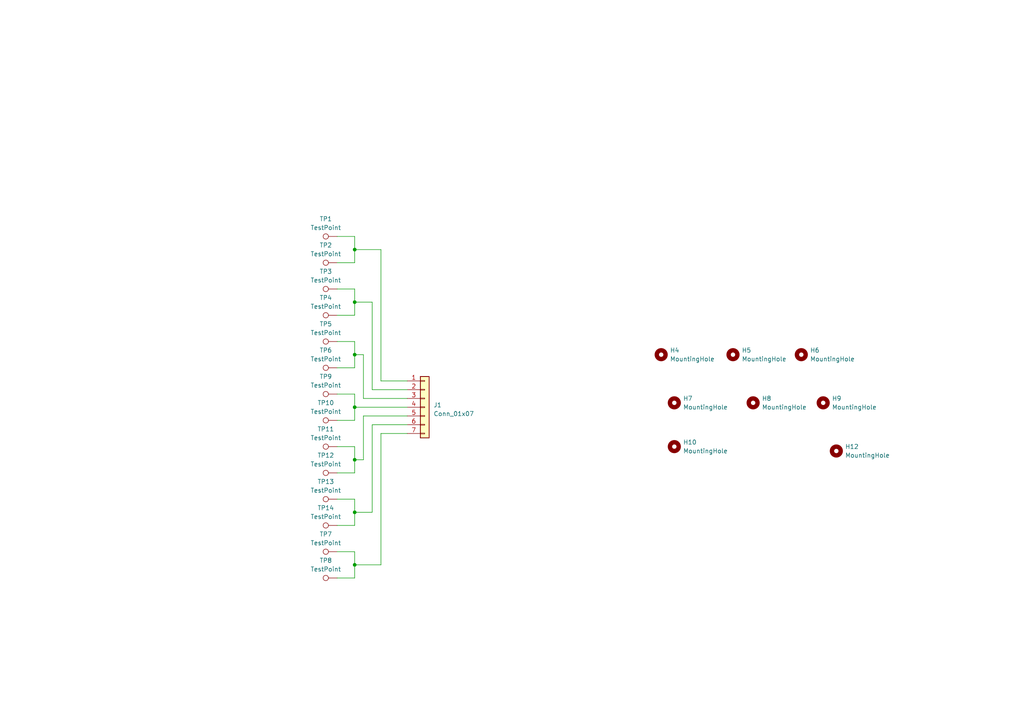
<source format=kicad_sch>
(kicad_sch (version 20230121) (generator eeschema)
  (paper "A4")
  (lib_symbols
    (symbol "Battery Symbols:TestPoint" (pin_numbers hide) (pin_names (offset 0.762) hide)
      (property "Reference" "TP" (at 0 6.858 0))
      (property "Value" "TestPoint" (at 0 5.08 0))
      (symbol "TestPoint_0_1"
        (circle (center 0 3.302) (radius 0.762))
      )
      (symbol "TestPoint_1_1"
        (pin passive line (at 0 0 90) (length 2.54) (name "1") (number "1"))
      )
    )
    (symbol "Connector_Generic:Conn_01x07" (pin_names (offset 1.016) hide)
      (property "Reference" "J" (at 0 10.16 0))
      (property "Value" "Conn_01x07" (at 0 -10.16 0))
      (symbol "Conn_01x07_1_1"
        (rectangle (start -1.27 -7.493) (end 0 -7.747) (stroke (width 0.1524)))
        (rectangle (start -1.27 -4.953) (end 0 -5.207) (stroke (width 0.1524)))
        (rectangle (start -1.27 -2.413) (end 0 -2.667) (stroke (width 0.1524)))
        (rectangle (start -1.27 0.127) (end 0 -0.127) (stroke (width 0.1524)))
        (rectangle (start -1.27 2.667) (end 0 2.413) (stroke (width 0.1524)))
        (rectangle (start -1.27 5.207) (end 0 4.953) (stroke (width 0.1524)))
        (rectangle (start -1.27 7.747) (end 0 7.493) (stroke (width 0.1524)))
        (rectangle (start -1.27 8.89) (end 1.27 -8.89) (stroke (width 0.254)) (fill (type background)))
        (pin passive line (at -5.08 7.62 0) (length 3.81) (name "Pin_1") (number "1"))
        (pin passive line (at -5.08 5.08 0) (length 3.81) (name "Pin_2") (number "2"))
        (pin passive line (at -5.08 2.54 0) (length 3.81) (name "Pin_3") (number "3"))
        (pin passive line (at -5.08 0 0) (length 3.81) (name "Pin_4") (number "4"))
        (pin passive line (at -5.08 -2.54 0) (length 3.81) (name "Pin_5") (number "5"))
        (pin passive line (at -5.08 -5.08 0) (length 3.81) (name "Pin_6") (number "6"))
        (pin passive line (at -5.08 -7.62 0) (length 3.81) (name "Pin_7") (number "7"))
      )
    )
    (symbol "Mechanical:MountingHole" (pin_names (offset 1.016))
      (property "Reference" "H" (at 0 5.08 0))
      (property "Value" "MountingHole" (at 0 3.175 0))
      (symbol "MountingHole_0_1"
        (circle (center 0 0) (radius 1.27) (stroke (width 1.27)))
      )
    )
  )
  (junction (at 102.87 87.63))
  (junction (at 102.87 148.59))
  (junction (at 102.87 72.39))
  (junction (at 102.87 118.11))
  (junction (at 102.87 102.87))
  (junction (at 102.87 133.35))
  (junction (at 102.87 163.83))
  (wire (pts (xy 102.87 114.3) (xy 97.79 114.3)))
  (wire (pts (xy 110.49 110.49) (xy 110.49 72.39)))
  (wire (pts (xy 102.87 129.54) (xy 97.79 129.54)))
  (wire (pts (xy 102.87 83.82) (xy 102.87 87.63)))
  (wire (pts (xy 107.95 148.59) (xy 102.87 148.59)))
  (wire (pts (xy 102.87 163.83) (xy 110.49 163.83)))
  (wire (pts (xy 102.87 133.35) (xy 102.87 137.16)))
  (wire (pts (xy 102.87 106.68) (xy 97.79 106.68)))
  (wire (pts (xy 102.87 99.06) (xy 102.87 102.87)))
  (wire (pts (xy 102.87 160.02) (xy 102.87 163.83)))
  (wire (pts (xy 102.87 99.06) (xy 97.79 99.06)))
  (wire (pts (xy 102.87 87.63) (xy 102.87 91.44)))
  (wire (pts (xy 102.87 163.83) (xy 102.87 167.64)))
  (wire (pts (xy 110.49 72.39) (xy 102.87 72.39)))
  (wire (pts (xy 107.95 113.03) (xy 107.95 87.63)))
  (wire (pts (xy 102.87 160.02) (xy 97.79 160.02)))
  (wire (pts (xy 110.49 163.83) (xy 110.49 125.73)))
  (wire (pts (xy 110.49 125.73) (xy 118.11 125.73)))
  (wire (pts (xy 102.87 152.4) (xy 97.79 152.4)))
  (wire (pts (xy 102.87 68.58) (xy 97.79 68.58)))
  (wire (pts (xy 102.87 144.78) (xy 102.87 148.59)))
  (wire (pts (xy 102.87 137.16) (xy 97.79 137.16)))
  (wire (pts (xy 102.87 144.78) (xy 97.79 144.78)))
  (wire (pts (xy 105.41 115.57) (xy 105.41 102.87)))
  (wire (pts (xy 102.87 121.92) (xy 97.79 121.92)))
  (wire (pts (xy 105.41 120.65) (xy 118.11 120.65)))
  (wire (pts (xy 118.11 113.03) (xy 107.95 113.03)))
  (wire (pts (xy 118.11 123.19) (xy 107.95 123.19)))
  (wire (pts (xy 102.87 148.59) (xy 102.87 152.4)))
  (wire (pts (xy 118.11 110.49) (xy 110.49 110.49)))
  (wire (pts (xy 102.87 72.39) (xy 102.87 76.2)))
  (wire (pts (xy 102.87 102.87) (xy 102.87 106.68)))
  (wire (pts (xy 102.87 114.3) (xy 102.87 118.11)))
  (wire (pts (xy 102.87 76.2) (xy 97.79 76.2)))
  (wire (pts (xy 102.87 118.11) (xy 118.11 118.11)))
  (wire (pts (xy 118.11 115.57) (xy 105.41 115.57)))
  (wire (pts (xy 102.87 83.82) (xy 97.79 83.82)))
  (wire (pts (xy 102.87 91.44) (xy 97.79 91.44)))
  (wire (pts (xy 107.95 87.63) (xy 102.87 87.63)))
  (wire (pts (xy 105.41 133.35) (xy 102.87 133.35)))
  (wire (pts (xy 102.87 118.11) (xy 102.87 121.92)))
  (wire (pts (xy 102.87 167.64) (xy 97.79 167.64)))
  (wire (pts (xy 105.41 102.87) (xy 102.87 102.87)))
  (wire (pts (xy 102.87 68.58) (xy 102.87 72.39)))
  (wire (pts (xy 105.41 120.65) (xy 105.41 133.35)))
  (wire (pts (xy 102.87 129.54) (xy 102.87 133.35)))
  (wire (pts (xy 107.95 123.19) (xy 107.95 148.59)))
  (symbol (lib_id "Mechanical:MountingHole") (at 195.58 129.54 0) (unit 1)
    (property "Reference" "H10" (at 198.12 128.2699 0) (effects (justify left)))
    (property "Value" "MountingHole" (at 198.12 130.8099 0) (effects (justify left)))
    (property "Footprint" "MountingHole:MountingHole_3.2mm_M3_DIN965" (effects hide))
  )
  (symbol (lib_id "Mechanical:MountingHole") (at 195.58 116.84 0) (unit 1)
    (property "Reference" "H7" (at 198.12 115.5699 0) (effects (justify left)))
    (property "Value" "MountingHole" (at 198.12 118.1099 0) (effects (justify left)))
    (property "Footprint" "MountingHole:MountingHole_3.2mm_M3_DIN965" (effects hide))
  )
  (symbol (lib_id "Battery Symbols:TestPoint") (at 97.79 137.16 90) (unit 1)
    (property "Reference" "TP12" (at 94.488 132.08 90))
    (property "Value" "TestPoint" (at 94.488 134.62 90))
    (property "Footprint" "TestPoint:PAD_1x2mm" (effects hide))
  )
  (symbol (lib_id "Mechanical:MountingHole") (at 232.41 102.87 0) (unit 1)
    (property "Reference" "H6" (at 234.95 101.5999 0) (effects (justify left)))
    (property "Value" "MountingHole" (at 234.95 104.1399 0) (effects (justify left)))
    (property "Footprint" "MountingHole:MountingHole_3.2mm_M3_DIN965" (effects hide))
  )
  (symbol (lib_id "Mechanical:MountingHole") (at 191.77 102.87 0) (unit 1)
    (property "Reference" "H4" (at 194.31 101.5999 0) (effects (justify left)))
    (property "Value" "MountingHole" (at 194.31 104.1399 0) (effects (justify left)))
    (property "Footprint" "MountingHole:MountingHole_3.2mm_M3_DIN965" (effects hide))
  )
  (symbol (lib_id "Battery Symbols:TestPoint") (at 97.79 144.78 90) (unit 1)
    (property "Reference" "TP13" (at 94.488 139.7 90))
    (property "Value" "TestPoint" (at 94.488 142.24 90))
    (property "Footprint" "TestPoint:PAD_1x2mm" (effects hide))
  )
  (symbol (lib_id "Battery Symbols:TestPoint") (at 97.79 76.2 90) (unit 1)
    (property "Reference" "TP2" (at 94.488 71.12 90))
    (property "Value" "TestPoint" (at 94.488 73.66 90))
    (property "Footprint" "TestPoint:PAD_1x2mm" (effects hide))
  )
  (symbol (lib_id "Mechanical:MountingHole") (at 212.598 102.87 0) (unit 1)
    (property "Reference" "H5" (at 215.138 101.5999 0) (effects (justify left)))
    (property "Value" "MountingHole" (at 215.138 104.1399 0) (effects (justify left)))
    (property "Footprint" "MountingHole:MountingHole_3.2mm_M3_DIN965" (effects hide))
  )
  (symbol (lib_id "Battery Symbols:TestPoint") (at 97.79 99.06 90) (unit 1)
    (property "Reference" "TP5" (at 94.488 93.98 90))
    (property "Value" "TestPoint" (at 94.488 96.52 90))
    (property "Footprint" "TestPoint:PAD_1x2mm" (effects hide))
  )
  (symbol (lib_id "Battery Symbols:TestPoint") (at 97.79 68.58 90) (unit 1)
    (property "Reference" "TP1" (at 94.488 63.5 90))
    (property "Value" "TestPoint" (at 94.488 66.04 90))
    (property "Footprint" "TestPoint:PAD_1x2mm" (effects hide))
  )
  (symbol (lib_id "Battery Symbols:TestPoint") (at 97.79 91.44 90) (unit 1)
    (property "Reference" "TP4" (at 94.488 86.36 90))
    (property "Value" "TestPoint" (at 94.488 88.9 90))
    (property "Footprint" "TestPoint:PAD_1x2mm" (effects hide))
  )
  (symbol (lib_id "Battery Symbols:TestPoint") (at 97.79 114.3 90) (unit 1)
    (property "Reference" "TP9" (at 94.488 109.22 90))
    (property "Value" "TestPoint" (at 94.488 111.76 90))
    (property "Footprint" "TestPoint:PAD_1x2mm" (effects hide))
  )
  (symbol (lib_id "Connector_Generic:Conn_01x07") (at 123.19 118.11 0) (unit 1)
    (property "Reference" "J1" (at 125.73 117.475 0) (effects (justify left)))
    (property "Value" "Conn_01x07" (at 125.73 120.015 0) (effects (justify left)))
    (property "Footprint" "Connector_Molex:Molex_Micro-Fit_3.0_43650-0724_1x07-1MP_P3.00mm_Vertical" (effects hide))
  )
  (symbol (lib_id "Mechanical:MountingHole") (at 242.57 130.81 0) (unit 1)
    (property "Reference" "H12" (at 245.11 129.5399 0) (effects (justify left)))
    (property "Value" "MountingHole" (at 245.11 132.0799 0) (effects (justify left)))
    (property "Footprint" "MountingHole:MountingHole_3.2mm_M3_DIN965" (effects hide))
  )
  (symbol (lib_id "Battery Symbols:TestPoint") (at 97.79 121.92 90) (unit 1)
    (property "Reference" "TP10" (at 94.488 116.84 90))
    (property "Value" "TestPoint" (at 94.488 119.38 90))
    (property "Footprint" "TestPoint:PAD_1x2mm" (effects hide))
  )
  (symbol (lib_id "Mechanical:MountingHole") (at 238.76 116.84 0) (unit 1)
    (property "Reference" "H9" (at 241.3 115.5699 0) (effects (justify left)))
    (property "Value" "MountingHole" (at 241.3 118.1099 0) (effects (justify left)))
    (property "Footprint" "MountingHole:MountingHole_3.2mm_M3_DIN965" (effects hide))
  )
  (symbol (lib_id "Battery Symbols:TestPoint") (at 97.79 106.68 90) (unit 1)
    (property "Reference" "TP6" (at 94.488 101.6 90))
    (property "Value" "TestPoint" (at 94.488 104.14 90))
    (property "Footprint" "TestPoint:PAD_1x2mm" (effects hide))
  )
  (symbol (lib_id "Battery Symbols:TestPoint") (at 97.79 160.02 90) (unit 1)
    (property "Reference" "TP7" (at 94.488 154.94 90))
    (property "Value" "TestPoint" (at 94.488 157.48 90))
    (property "Footprint" "TestPoint:PAD_1x2mm" (effects hide))
  )
  (symbol (lib_id "Battery Symbols:TestPoint") (at 97.79 167.64 90) (unit 1)
    (property "Reference" "TP8" (at 94.488 162.56 90))
    (property "Value" "TestPoint" (at 94.488 165.1 90))
    (property "Footprint" "TestPoint:PAD_1x2mm" (effects hide))
  )
  (symbol (lib_id "Battery Symbols:TestPoint") (at 97.79 152.4 90) (unit 1)
    (property "Reference" "TP14" (at 94.488 147.32 90))
    (property "Value" "TestPoint" (at 94.488 149.86 90))
    (property "Footprint" "TestPoint:PAD_1x2mm" (effects hide))
  )
  (symbol (lib_id "Battery Symbols:TestPoint") (at 97.79 83.82 90) (unit 1)
    (property "Reference" "TP3" (at 94.488 78.74 90))
    (property "Value" "TestPoint" (at 94.488 81.28 90))
    (property "Footprint" "TestPoint:PAD_1x2mm" (effects hide))
  )
  (symbol (lib_id "Battery Symbols:TestPoint") (at 97.79 129.54 90) (unit 1)
    (property "Reference" "TP11" (at 94.488 124.46 90))
    (property "Value" "TestPoint" (at 94.488 127 90))
    (property "Footprint" "TestPoint:PAD_1x2mm" (effects hide))
  )
  (symbol (lib_id "Mechanical:MountingHole") (at 218.44 116.84 0) (unit 1)
    (property "Reference" "H8" (at 220.98 115.5699 0) (effects (justify left)))
    (property "Value" "MountingHole" (at 220.98 118.1099 0) (effects (justify left)))
    (property "Footprint" "MountingHole:MountingHole_3.2mm_M3_DIN965" (effects hide))
  )
)
</source>
